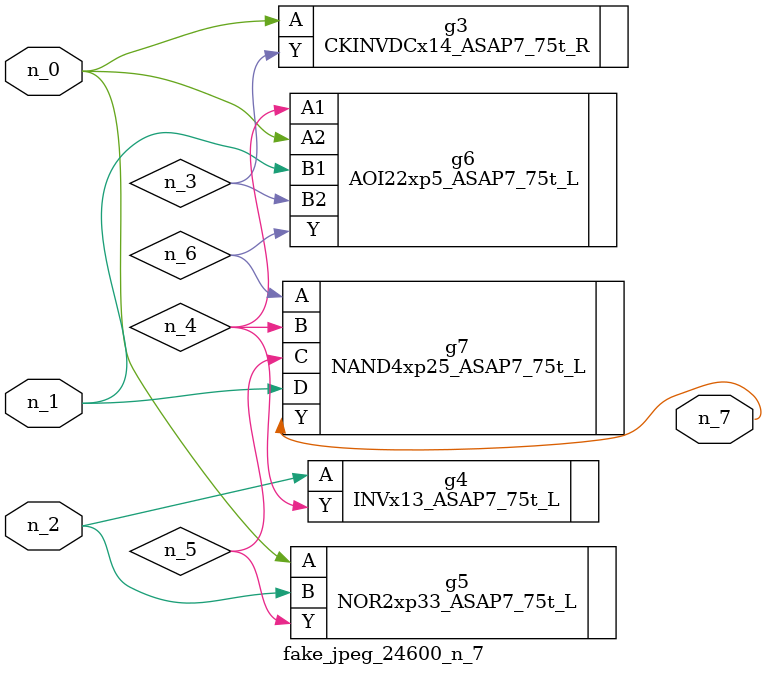
<source format=v>
module fake_jpeg_24600_n_7 (n_0, n_2, n_1, n_7);

input n_0;
input n_2;
input n_1;

output n_7;

wire n_3;
wire n_4;
wire n_6;
wire n_5;

CKINVDCx14_ASAP7_75t_R g3 ( 
.A(n_0),
.Y(n_3)
);

INVx13_ASAP7_75t_L g4 ( 
.A(n_2),
.Y(n_4)
);

NOR2xp33_ASAP7_75t_L g5 ( 
.A(n_0),
.B(n_2),
.Y(n_5)
);

AOI22xp5_ASAP7_75t_L g6 ( 
.A1(n_4),
.A2(n_0),
.B1(n_1),
.B2(n_3),
.Y(n_6)
);

NAND4xp25_ASAP7_75t_L g7 ( 
.A(n_6),
.B(n_4),
.C(n_5),
.D(n_1),
.Y(n_7)
);


endmodule
</source>
